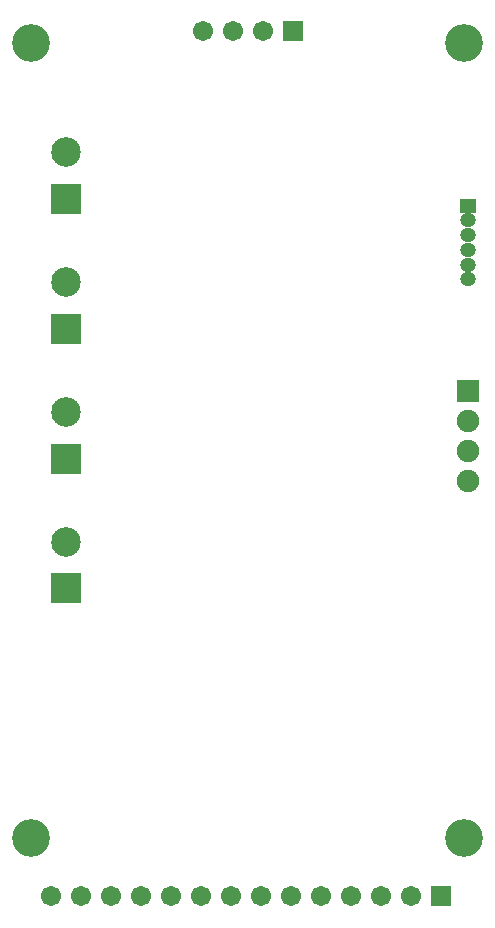
<source format=gbs>
G04 DipTrace 3.3.0.0*
G04 ESP32externalssr.gbs*
%MOIN*%
G04 #@! TF.FileFunction,Soldermask,Bot*
G04 #@! TF.Part,Single*
%ADD42C,0.125984*%
%ADD49C,0.067087*%
%ADD51R,0.067087X0.067087*%
%ADD65C,0.074961*%
%ADD67R,0.074961X0.074961*%
%ADD69O,0.053307X0.04937*%
%ADD71R,0.053307X0.04937*%
%ADD73C,0.098583*%
%ADD75R,0.098583X0.098583*%
%FSLAX26Y26*%
G04*
G70*
G90*
G75*
G01*
G04 BotMask*
%LPD*%
D75*
X630236Y2796378D3*
D73*
Y2952283D3*
D75*
Y2363307D3*
D73*
Y2519213D3*
D75*
Y1930236D3*
D73*
Y2086142D3*
D71*
X1968819Y2773307D3*
D69*
Y2724094D3*
Y2674882D3*
Y2625669D3*
Y2576457D3*
Y2527244D3*
D67*
Y2156516D3*
D65*
Y2056516D3*
Y1956516D3*
Y1856516D3*
D75*
X630236Y1497165D3*
D73*
Y1653071D3*
D51*
X1879055Y472756D3*
D49*
X1779055D3*
X1679055D3*
X1579055D3*
X1479055D3*
X1379055D3*
X1279055D3*
X1179055D3*
X1079055D3*
X979055D3*
X879055D3*
X779055D3*
X679055D3*
X579055D3*
D51*
X1384961Y3353858D3*
D49*
X1284961D3*
X1184961D3*
X1084961D3*
D42*
X1957795Y666457D3*
X512126D3*
Y3314488D3*
X1957795D3*
M02*

</source>
